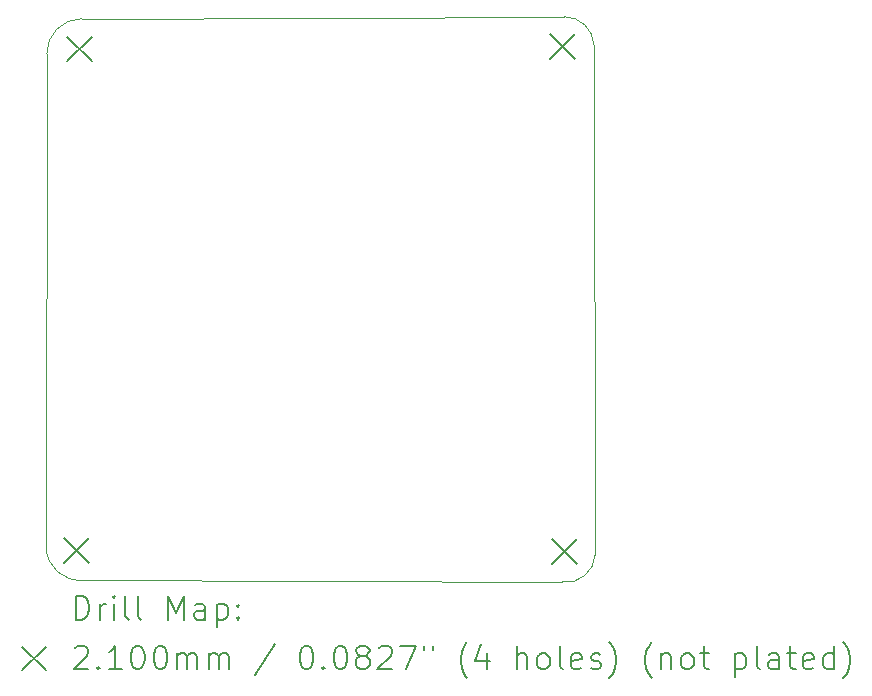
<source format=gbr>
%TF.GenerationSoftware,KiCad,Pcbnew,(6.0.7)*%
%TF.CreationDate,2022-11-05T19:20:09+05:30*%
%TF.ProjectId,Interface_PCB,496e7465-7266-4616-9365-5f5043422e6b,rev?*%
%TF.SameCoordinates,Original*%
%TF.FileFunction,Drillmap*%
%TF.FilePolarity,Positive*%
%FSLAX45Y45*%
G04 Gerber Fmt 4.5, Leading zero omitted, Abs format (unit mm)*
G04 Created by KiCad (PCBNEW (6.0.7)) date 2022-11-05 19:20:09*
%MOMM*%
%LPD*%
G01*
G04 APERTURE LIST*
%ADD10C,0.100000*%
%ADD11C,0.200000*%
%ADD12C,0.210000*%
G04 APERTURE END LIST*
D10*
X11709400Y-8300716D02*
G75*
G03*
X11414760Y-8600440I-40J-294644D01*
G01*
X11724640Y-13053060D02*
X15774826Y-13069726D01*
X16047722Y-8521700D02*
G75*
G03*
X15796260Y-8282940I-251462J-13040D01*
G01*
X15774826Y-13069728D02*
G75*
G03*
X16057880Y-12837160I37964J242329D01*
G01*
X11409680Y-12773660D02*
X11414760Y-8600440D01*
X11709400Y-8300720D02*
X15796260Y-8282940D01*
X16047720Y-8521700D02*
X16057880Y-12837160D01*
X11409679Y-12773660D02*
G75*
G03*
X11724640Y-13053060I283421J2270D01*
G01*
D11*
D12*
X11562991Y-12699241D02*
X11772991Y-12909241D01*
X11772991Y-12699241D02*
X11562991Y-12909241D01*
X11589160Y-8452260D02*
X11799160Y-8662260D01*
X11799160Y-8452260D02*
X11589160Y-8662260D01*
X15676020Y-8431940D02*
X15886020Y-8641940D01*
X15886020Y-8431940D02*
X15676020Y-8641940D01*
X15693031Y-12709401D02*
X15903031Y-12919401D01*
X15903031Y-12709401D02*
X15693031Y-12919401D01*
D11*
X11662299Y-13388160D02*
X11662299Y-13188160D01*
X11709918Y-13188160D01*
X11738489Y-13197684D01*
X11757537Y-13216732D01*
X11767061Y-13235779D01*
X11776585Y-13273875D01*
X11776585Y-13302446D01*
X11767061Y-13340541D01*
X11757537Y-13359589D01*
X11738489Y-13378637D01*
X11709918Y-13388160D01*
X11662299Y-13388160D01*
X11862299Y-13388160D02*
X11862299Y-13254827D01*
X11862299Y-13292922D02*
X11871823Y-13273875D01*
X11881347Y-13264351D01*
X11900394Y-13254827D01*
X11919442Y-13254827D01*
X11986108Y-13388160D02*
X11986108Y-13254827D01*
X11986108Y-13188160D02*
X11976585Y-13197684D01*
X11986108Y-13207208D01*
X11995632Y-13197684D01*
X11986108Y-13188160D01*
X11986108Y-13207208D01*
X12109918Y-13388160D02*
X12090870Y-13378637D01*
X12081347Y-13359589D01*
X12081347Y-13188160D01*
X12214680Y-13388160D02*
X12195632Y-13378637D01*
X12186108Y-13359589D01*
X12186108Y-13188160D01*
X12443251Y-13388160D02*
X12443251Y-13188160D01*
X12509918Y-13331018D01*
X12576585Y-13188160D01*
X12576585Y-13388160D01*
X12757537Y-13388160D02*
X12757537Y-13283398D01*
X12748013Y-13264351D01*
X12728966Y-13254827D01*
X12690870Y-13254827D01*
X12671823Y-13264351D01*
X12757537Y-13378637D02*
X12738489Y-13388160D01*
X12690870Y-13388160D01*
X12671823Y-13378637D01*
X12662299Y-13359589D01*
X12662299Y-13340541D01*
X12671823Y-13321494D01*
X12690870Y-13311970D01*
X12738489Y-13311970D01*
X12757537Y-13302446D01*
X12852775Y-13254827D02*
X12852775Y-13454827D01*
X12852775Y-13264351D02*
X12871823Y-13254827D01*
X12909918Y-13254827D01*
X12928966Y-13264351D01*
X12938489Y-13273875D01*
X12948013Y-13292922D01*
X12948013Y-13350065D01*
X12938489Y-13369113D01*
X12928966Y-13378637D01*
X12909918Y-13388160D01*
X12871823Y-13388160D01*
X12852775Y-13378637D01*
X13033728Y-13369113D02*
X13043251Y-13378637D01*
X13033728Y-13388160D01*
X13024204Y-13378637D01*
X13033728Y-13369113D01*
X13033728Y-13388160D01*
X13033728Y-13264351D02*
X13043251Y-13273875D01*
X13033728Y-13283398D01*
X13024204Y-13273875D01*
X13033728Y-13264351D01*
X13033728Y-13283398D01*
X11204680Y-13617684D02*
X11404680Y-13817684D01*
X11404680Y-13617684D02*
X11204680Y-13817684D01*
X11652775Y-13627208D02*
X11662299Y-13617684D01*
X11681347Y-13608160D01*
X11728966Y-13608160D01*
X11748013Y-13617684D01*
X11757537Y-13627208D01*
X11767061Y-13646256D01*
X11767061Y-13665303D01*
X11757537Y-13693875D01*
X11643251Y-13808160D01*
X11767061Y-13808160D01*
X11852775Y-13789113D02*
X11862299Y-13798637D01*
X11852775Y-13808160D01*
X11843251Y-13798637D01*
X11852775Y-13789113D01*
X11852775Y-13808160D01*
X12052775Y-13808160D02*
X11938489Y-13808160D01*
X11995632Y-13808160D02*
X11995632Y-13608160D01*
X11976585Y-13636732D01*
X11957537Y-13655779D01*
X11938489Y-13665303D01*
X12176585Y-13608160D02*
X12195632Y-13608160D01*
X12214680Y-13617684D01*
X12224204Y-13627208D01*
X12233728Y-13646256D01*
X12243251Y-13684351D01*
X12243251Y-13731970D01*
X12233728Y-13770065D01*
X12224204Y-13789113D01*
X12214680Y-13798637D01*
X12195632Y-13808160D01*
X12176585Y-13808160D01*
X12157537Y-13798637D01*
X12148013Y-13789113D01*
X12138489Y-13770065D01*
X12128966Y-13731970D01*
X12128966Y-13684351D01*
X12138489Y-13646256D01*
X12148013Y-13627208D01*
X12157537Y-13617684D01*
X12176585Y-13608160D01*
X12367061Y-13608160D02*
X12386108Y-13608160D01*
X12405156Y-13617684D01*
X12414680Y-13627208D01*
X12424204Y-13646256D01*
X12433728Y-13684351D01*
X12433728Y-13731970D01*
X12424204Y-13770065D01*
X12414680Y-13789113D01*
X12405156Y-13798637D01*
X12386108Y-13808160D01*
X12367061Y-13808160D01*
X12348013Y-13798637D01*
X12338489Y-13789113D01*
X12328966Y-13770065D01*
X12319442Y-13731970D01*
X12319442Y-13684351D01*
X12328966Y-13646256D01*
X12338489Y-13627208D01*
X12348013Y-13617684D01*
X12367061Y-13608160D01*
X12519442Y-13808160D02*
X12519442Y-13674827D01*
X12519442Y-13693875D02*
X12528966Y-13684351D01*
X12548013Y-13674827D01*
X12576585Y-13674827D01*
X12595632Y-13684351D01*
X12605156Y-13703398D01*
X12605156Y-13808160D01*
X12605156Y-13703398D02*
X12614680Y-13684351D01*
X12633728Y-13674827D01*
X12662299Y-13674827D01*
X12681347Y-13684351D01*
X12690870Y-13703398D01*
X12690870Y-13808160D01*
X12786108Y-13808160D02*
X12786108Y-13674827D01*
X12786108Y-13693875D02*
X12795632Y-13684351D01*
X12814680Y-13674827D01*
X12843251Y-13674827D01*
X12862299Y-13684351D01*
X12871823Y-13703398D01*
X12871823Y-13808160D01*
X12871823Y-13703398D02*
X12881347Y-13684351D01*
X12900394Y-13674827D01*
X12928966Y-13674827D01*
X12948013Y-13684351D01*
X12957537Y-13703398D01*
X12957537Y-13808160D01*
X13348013Y-13598637D02*
X13176585Y-13855779D01*
X13605156Y-13608160D02*
X13624204Y-13608160D01*
X13643251Y-13617684D01*
X13652775Y-13627208D01*
X13662299Y-13646256D01*
X13671823Y-13684351D01*
X13671823Y-13731970D01*
X13662299Y-13770065D01*
X13652775Y-13789113D01*
X13643251Y-13798637D01*
X13624204Y-13808160D01*
X13605156Y-13808160D01*
X13586108Y-13798637D01*
X13576585Y-13789113D01*
X13567061Y-13770065D01*
X13557537Y-13731970D01*
X13557537Y-13684351D01*
X13567061Y-13646256D01*
X13576585Y-13627208D01*
X13586108Y-13617684D01*
X13605156Y-13608160D01*
X13757537Y-13789113D02*
X13767061Y-13798637D01*
X13757537Y-13808160D01*
X13748013Y-13798637D01*
X13757537Y-13789113D01*
X13757537Y-13808160D01*
X13890870Y-13608160D02*
X13909918Y-13608160D01*
X13928966Y-13617684D01*
X13938489Y-13627208D01*
X13948013Y-13646256D01*
X13957537Y-13684351D01*
X13957537Y-13731970D01*
X13948013Y-13770065D01*
X13938489Y-13789113D01*
X13928966Y-13798637D01*
X13909918Y-13808160D01*
X13890870Y-13808160D01*
X13871823Y-13798637D01*
X13862299Y-13789113D01*
X13852775Y-13770065D01*
X13843251Y-13731970D01*
X13843251Y-13684351D01*
X13852775Y-13646256D01*
X13862299Y-13627208D01*
X13871823Y-13617684D01*
X13890870Y-13608160D01*
X14071823Y-13693875D02*
X14052775Y-13684351D01*
X14043251Y-13674827D01*
X14033728Y-13655779D01*
X14033728Y-13646256D01*
X14043251Y-13627208D01*
X14052775Y-13617684D01*
X14071823Y-13608160D01*
X14109918Y-13608160D01*
X14128966Y-13617684D01*
X14138489Y-13627208D01*
X14148013Y-13646256D01*
X14148013Y-13655779D01*
X14138489Y-13674827D01*
X14128966Y-13684351D01*
X14109918Y-13693875D01*
X14071823Y-13693875D01*
X14052775Y-13703398D01*
X14043251Y-13712922D01*
X14033728Y-13731970D01*
X14033728Y-13770065D01*
X14043251Y-13789113D01*
X14052775Y-13798637D01*
X14071823Y-13808160D01*
X14109918Y-13808160D01*
X14128966Y-13798637D01*
X14138489Y-13789113D01*
X14148013Y-13770065D01*
X14148013Y-13731970D01*
X14138489Y-13712922D01*
X14128966Y-13703398D01*
X14109918Y-13693875D01*
X14224204Y-13627208D02*
X14233728Y-13617684D01*
X14252775Y-13608160D01*
X14300394Y-13608160D01*
X14319442Y-13617684D01*
X14328966Y-13627208D01*
X14338489Y-13646256D01*
X14338489Y-13665303D01*
X14328966Y-13693875D01*
X14214680Y-13808160D01*
X14338489Y-13808160D01*
X14405156Y-13608160D02*
X14538489Y-13608160D01*
X14452775Y-13808160D01*
X14605156Y-13608160D02*
X14605156Y-13646256D01*
X14681347Y-13608160D02*
X14681347Y-13646256D01*
X14976585Y-13884351D02*
X14967061Y-13874827D01*
X14948013Y-13846256D01*
X14938489Y-13827208D01*
X14928966Y-13798637D01*
X14919442Y-13751018D01*
X14919442Y-13712922D01*
X14928966Y-13665303D01*
X14938489Y-13636732D01*
X14948013Y-13617684D01*
X14967061Y-13589113D01*
X14976585Y-13579589D01*
X15138489Y-13674827D02*
X15138489Y-13808160D01*
X15090870Y-13598637D02*
X15043251Y-13741494D01*
X15167061Y-13741494D01*
X15395632Y-13808160D02*
X15395632Y-13608160D01*
X15481347Y-13808160D02*
X15481347Y-13703398D01*
X15471823Y-13684351D01*
X15452775Y-13674827D01*
X15424204Y-13674827D01*
X15405156Y-13684351D01*
X15395632Y-13693875D01*
X15605156Y-13808160D02*
X15586108Y-13798637D01*
X15576585Y-13789113D01*
X15567061Y-13770065D01*
X15567061Y-13712922D01*
X15576585Y-13693875D01*
X15586108Y-13684351D01*
X15605156Y-13674827D01*
X15633728Y-13674827D01*
X15652775Y-13684351D01*
X15662299Y-13693875D01*
X15671823Y-13712922D01*
X15671823Y-13770065D01*
X15662299Y-13789113D01*
X15652775Y-13798637D01*
X15633728Y-13808160D01*
X15605156Y-13808160D01*
X15786108Y-13808160D02*
X15767061Y-13798637D01*
X15757537Y-13779589D01*
X15757537Y-13608160D01*
X15938489Y-13798637D02*
X15919442Y-13808160D01*
X15881347Y-13808160D01*
X15862299Y-13798637D01*
X15852775Y-13779589D01*
X15852775Y-13703398D01*
X15862299Y-13684351D01*
X15881347Y-13674827D01*
X15919442Y-13674827D01*
X15938489Y-13684351D01*
X15948013Y-13703398D01*
X15948013Y-13722446D01*
X15852775Y-13741494D01*
X16024204Y-13798637D02*
X16043251Y-13808160D01*
X16081347Y-13808160D01*
X16100394Y-13798637D01*
X16109918Y-13779589D01*
X16109918Y-13770065D01*
X16100394Y-13751018D01*
X16081347Y-13741494D01*
X16052775Y-13741494D01*
X16033728Y-13731970D01*
X16024204Y-13712922D01*
X16024204Y-13703398D01*
X16033728Y-13684351D01*
X16052775Y-13674827D01*
X16081347Y-13674827D01*
X16100394Y-13684351D01*
X16176585Y-13884351D02*
X16186108Y-13874827D01*
X16205156Y-13846256D01*
X16214680Y-13827208D01*
X16224204Y-13798637D01*
X16233728Y-13751018D01*
X16233728Y-13712922D01*
X16224204Y-13665303D01*
X16214680Y-13636732D01*
X16205156Y-13617684D01*
X16186108Y-13589113D01*
X16176585Y-13579589D01*
X16538489Y-13884351D02*
X16528966Y-13874827D01*
X16509918Y-13846256D01*
X16500394Y-13827208D01*
X16490870Y-13798637D01*
X16481347Y-13751018D01*
X16481347Y-13712922D01*
X16490870Y-13665303D01*
X16500394Y-13636732D01*
X16509918Y-13617684D01*
X16528966Y-13589113D01*
X16538489Y-13579589D01*
X16614680Y-13674827D02*
X16614680Y-13808160D01*
X16614680Y-13693875D02*
X16624204Y-13684351D01*
X16643251Y-13674827D01*
X16671823Y-13674827D01*
X16690870Y-13684351D01*
X16700394Y-13703398D01*
X16700394Y-13808160D01*
X16824204Y-13808160D02*
X16805156Y-13798637D01*
X16795632Y-13789113D01*
X16786109Y-13770065D01*
X16786109Y-13712922D01*
X16795632Y-13693875D01*
X16805156Y-13684351D01*
X16824204Y-13674827D01*
X16852775Y-13674827D01*
X16871823Y-13684351D01*
X16881347Y-13693875D01*
X16890870Y-13712922D01*
X16890870Y-13770065D01*
X16881347Y-13789113D01*
X16871823Y-13798637D01*
X16852775Y-13808160D01*
X16824204Y-13808160D01*
X16948013Y-13674827D02*
X17024204Y-13674827D01*
X16976585Y-13608160D02*
X16976585Y-13779589D01*
X16986109Y-13798637D01*
X17005156Y-13808160D01*
X17024204Y-13808160D01*
X17243251Y-13674827D02*
X17243251Y-13874827D01*
X17243251Y-13684351D02*
X17262299Y-13674827D01*
X17300394Y-13674827D01*
X17319442Y-13684351D01*
X17328966Y-13693875D01*
X17338490Y-13712922D01*
X17338490Y-13770065D01*
X17328966Y-13789113D01*
X17319442Y-13798637D01*
X17300394Y-13808160D01*
X17262299Y-13808160D01*
X17243251Y-13798637D01*
X17452775Y-13808160D02*
X17433728Y-13798637D01*
X17424204Y-13779589D01*
X17424204Y-13608160D01*
X17614680Y-13808160D02*
X17614680Y-13703398D01*
X17605156Y-13684351D01*
X17586109Y-13674827D01*
X17548013Y-13674827D01*
X17528966Y-13684351D01*
X17614680Y-13798637D02*
X17595632Y-13808160D01*
X17548013Y-13808160D01*
X17528966Y-13798637D01*
X17519442Y-13779589D01*
X17519442Y-13760541D01*
X17528966Y-13741494D01*
X17548013Y-13731970D01*
X17595632Y-13731970D01*
X17614680Y-13722446D01*
X17681347Y-13674827D02*
X17757537Y-13674827D01*
X17709918Y-13608160D02*
X17709918Y-13779589D01*
X17719442Y-13798637D01*
X17738490Y-13808160D01*
X17757537Y-13808160D01*
X17900394Y-13798637D02*
X17881347Y-13808160D01*
X17843251Y-13808160D01*
X17824204Y-13798637D01*
X17814680Y-13779589D01*
X17814680Y-13703398D01*
X17824204Y-13684351D01*
X17843251Y-13674827D01*
X17881347Y-13674827D01*
X17900394Y-13684351D01*
X17909918Y-13703398D01*
X17909918Y-13722446D01*
X17814680Y-13741494D01*
X18081347Y-13808160D02*
X18081347Y-13608160D01*
X18081347Y-13798637D02*
X18062299Y-13808160D01*
X18024204Y-13808160D01*
X18005156Y-13798637D01*
X17995632Y-13789113D01*
X17986109Y-13770065D01*
X17986109Y-13712922D01*
X17995632Y-13693875D01*
X18005156Y-13684351D01*
X18024204Y-13674827D01*
X18062299Y-13674827D01*
X18081347Y-13684351D01*
X18157537Y-13884351D02*
X18167061Y-13874827D01*
X18186109Y-13846256D01*
X18195632Y-13827208D01*
X18205156Y-13798637D01*
X18214680Y-13751018D01*
X18214680Y-13712922D01*
X18205156Y-13665303D01*
X18195632Y-13636732D01*
X18186109Y-13617684D01*
X18167061Y-13589113D01*
X18157537Y-13579589D01*
M02*

</source>
